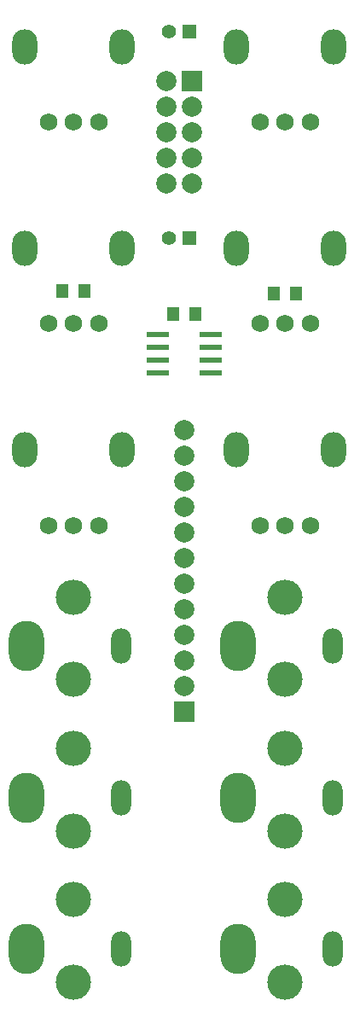
<source format=gbs>
%FSLAX46Y46*%
G04 Gerber Fmt 4.6, Leading zero omitted, Abs format (unit mm)*
G04 Created by KiCad (PCBNEW (2014-09-02 BZR 5112)-product) date 2015-04-07 11:50:48 AM*
%MOMM*%
G01*
G04 APERTURE LIST*
%ADD10C,0.150000*%
%ADD11R,2.199640X0.599440*%
%ADD12R,1.143000X1.397000*%
%ADD13O,3.500000X5.000000*%
%ADD14O,2.000000X3.500000*%
%ADD15O,3.500000X3.500000*%
%ADD16R,1.998980X1.998980*%
%ADD17C,1.998980*%
%ADD18O,2.500000X3.500000*%
%ADD19C,1.750000*%
%ADD20R,1.400000X1.400000*%
%ADD21C,1.400000*%
G04 APERTURE END LIST*
D10*
D11*
X221401580Y-144405000D03*
X221401580Y-143135000D03*
X221401580Y-141865000D03*
X221401580Y-140595000D03*
X226598420Y-140595000D03*
X226598420Y-141865000D03*
X226598420Y-143135000D03*
X226598420Y-144405000D03*
D12*
X225079500Y-138500000D03*
X222920500Y-138500000D03*
X235079500Y-136500000D03*
X232920500Y-136500000D03*
X214079500Y-136250000D03*
X211920500Y-136250000D03*
D13*
X229300000Y-186500000D03*
D14*
X238700000Y-186500000D03*
D15*
X234000000Y-181600000D03*
X234000000Y-189800000D03*
D13*
X208300000Y-186500000D03*
D14*
X217700000Y-186500000D03*
D15*
X213000000Y-181600000D03*
X213000000Y-189800000D03*
D13*
X229300000Y-201500000D03*
D14*
X238700000Y-201500000D03*
D15*
X234000000Y-196600000D03*
X234000000Y-204800000D03*
D13*
X208300000Y-201500000D03*
D14*
X217700000Y-201500000D03*
D15*
X213000000Y-196600000D03*
X213000000Y-204800000D03*
D13*
X208300000Y-171500000D03*
D14*
X217700000Y-171500000D03*
D15*
X213000000Y-166600000D03*
X213000000Y-174800000D03*
D13*
X229300000Y-171500000D03*
D14*
X238700000Y-171500000D03*
D15*
X234000000Y-166600000D03*
X234000000Y-174800000D03*
D16*
X224000000Y-177970000D03*
D17*
X224000000Y-175430000D03*
X224000000Y-172890000D03*
X224000000Y-170350000D03*
X224000000Y-167810000D03*
X224000000Y-165270000D03*
X224000000Y-162730000D03*
X224000000Y-160190000D03*
X224000000Y-157650000D03*
X224000000Y-155110000D03*
X224000000Y-152570000D03*
X224000000Y-150030000D03*
X224770000Y-123040000D03*
X224770000Y-120500000D03*
X224770000Y-125580000D03*
X224770000Y-117960000D03*
D16*
X224770000Y-115420000D03*
D17*
X222230000Y-115420000D03*
X222230000Y-117960000D03*
X222230000Y-120500000D03*
X222230000Y-123040000D03*
X222230000Y-125580000D03*
D18*
X238800000Y-152000000D03*
X229200000Y-152000000D03*
D19*
X236500000Y-159500000D03*
X234000000Y-159500000D03*
X231500000Y-159500000D03*
D18*
X217800000Y-112000000D03*
X208200000Y-112000000D03*
D19*
X215500000Y-119500000D03*
X213000000Y-119500000D03*
X210500000Y-119500000D03*
D18*
X217800000Y-132000000D03*
X208200000Y-132000000D03*
D19*
X215500000Y-139500000D03*
X213000000Y-139500000D03*
X210500000Y-139500000D03*
D18*
X217800000Y-152000000D03*
X208200000Y-152000000D03*
D19*
X215500000Y-159500000D03*
X213000000Y-159500000D03*
X210500000Y-159500000D03*
D18*
X238800000Y-132000000D03*
X229200000Y-132000000D03*
D19*
X236500000Y-139500000D03*
X234000000Y-139500000D03*
X231500000Y-139500000D03*
D18*
X238800000Y-112000000D03*
X229200000Y-112000000D03*
D19*
X236500000Y-119500000D03*
X234000000Y-119500000D03*
X231500000Y-119500000D03*
D20*
X224500000Y-110500000D03*
D21*
X222500000Y-110500000D03*
D20*
X224500000Y-131000000D03*
D21*
X222500000Y-131000000D03*
M02*

</source>
